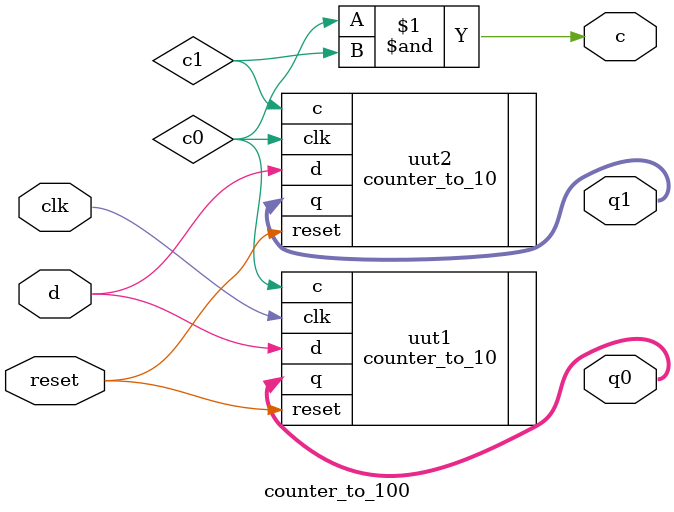
<source format=v>
module counter_to_100(
  input wire clk, d, reset,
  output wire [3:0] q0, q1,
  output wire c
);
  wire c0,c1;
  
counter_to_10 uut1(.clk(clk),.d(d),.reset(reset),.q(q0),.c(c0));
counter_to_10 uut2(.clk(c0),.d(d),.reset(reset),.q(q1),.c(c1));
  
  assign c=c0&c1;
endmodule

</source>
